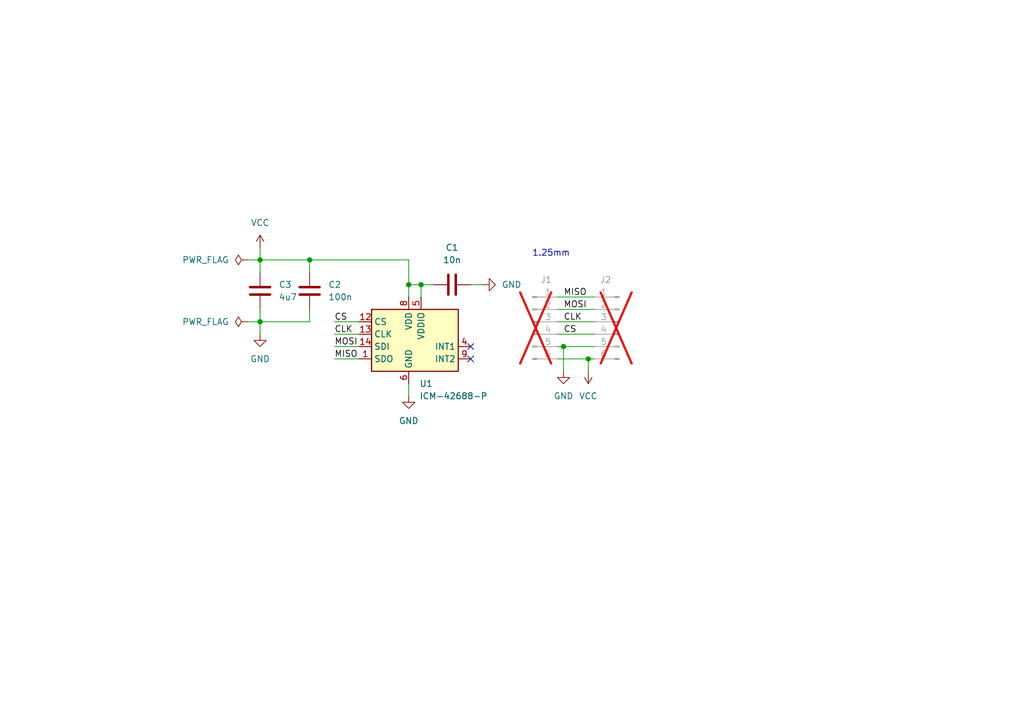
<source format=kicad_sch>
(kicad_sch (version 20231120) (generator "eeschema") (generator_version "8.0")
  (paper "A5")
  (lib_symbols
    (symbol "Connector:Conn_01x06_Pin" (pin_names (offset 1.016) hide)
      (property "Reference" "J" (at 0 7.62 0))
      (property "Value" "Conn_01x06_Pin" (at 0 -10.16 0))
      (symbol "Conn_01x06_Pin_1_1"
        (polyline (pts (xy 1.27 -7.62) (xy 0.8636 -7.62)) (stroke (width 0.1524)))
        (polyline (pts (xy 1.27 -5.08) (xy 0.8636 -5.08)) (stroke (width 0.1524)))
        (polyline (pts (xy 1.27 -2.54) (xy 0.8636 -2.54)) (stroke (width 0.1524)))
        (polyline (pts (xy 1.27 0) (xy 0.8636 0)) (stroke (width 0.1524)))
        (polyline (pts (xy 1.27 2.54) (xy 0.8636 2.54)) (stroke (width 0.1524)))
        (polyline (pts (xy 1.27 5.08) (xy 0.8636 5.08)) (stroke (width 0.1524)))
        (rectangle (start 0.8636 -7.493) (end 0 -7.747) (stroke (width 0.1524)) (fill (type outline)))
        (rectangle (start 0.8636 -4.953) (end 0 -5.207) (stroke (width 0.1524)) (fill (type outline)))
        (rectangle (start 0.8636 -2.413) (end 0 -2.667) (stroke (width 0.1524)) (fill (type outline)))
        (rectangle (start 0.8636 0.127) (end 0 -0.127) (stroke (width 0.1524)) (fill (type outline)))
        (rectangle (start 0.8636 2.667) (end 0 2.413) (stroke (width 0.1524)) (fill (type outline)))
        (rectangle (start 0.8636 5.207) (end 0 4.953) (stroke (width 0.1524)) (fill (type outline)))
        (pin passive line (at 5.08 5.08 180) (length 3.81) (name "Pin_1") (number "1"))
        (pin passive line (at 5.08 2.54 180) (length 3.81) (name "Pin_2") (number "2"))
        (pin passive line (at 5.08 0 180) (length 3.81) (name "Pin_3") (number "3"))
        (pin passive line (at 5.08 -2.54 180) (length 3.81) (name "Pin_4") (number "4"))
        (pin passive line (at 5.08 -5.08 180) (length 3.81) (name "Pin_5") (number "5"))
        (pin passive line (at 5.08 -7.62 180) (length 3.81) (name "Pin_6") (number "6"))
      )
    )
    (symbol "Device:C" (pin_numbers hide) (pin_names (offset 0.254))
      (property "Reference" "C" (at 0.635 2.54 0))
      (property "Value" "C" (at 0.635 -2.54 0))
      (symbol "C_0_1"
        (polyline (pts (xy -2.032 -0.762) (xy 2.032 -0.762)) (stroke (width 0.508)))
        (polyline (pts (xy -2.032 0.762) (xy 2.032 0.762)) (stroke (width 0.508)))
      )
      (symbol "C_1_1"
        (pin passive line (at 0 3.81 270) (length 2.794) (name "~") (number "1"))
        (pin passive line (at 0 -3.81 90) (length 2.794) (name "~") (number "2"))
      )
    )
    (symbol "User_Symbols:ICM-42688-P"
      (property "Reference" "U" (at 1.27 1.27 0))
      (property "Value" "ICM-42688-P" (at 19.05 1.27 0))
      (symbol "ICM-42688-P_0_1"
        (rectangle (start 0 0) (end 17.78 -12.7) (stroke (width 0.254)) (fill (type background)))
      )
      (symbol "ICM-42688-P_1_1"
        (pin output line (at -2.54 -10.16 0) (length 2.54) (name "SDO") (number "1"))
        (pin no_connect line (at 20.32 -3.81 180) (length 2.54) hide (name "RESV") (number "10"))
        (pin passive line (at 7.62 -15.24 90) (length 2.54) hide (name "RESV") (number "11"))
        (pin input line (at -2.54 -2.54 0) (length 2.54) (name "CS") (number "12"))
        (pin input line (at -2.54 -5.08 0) (length 2.54) (name "CLK") (number "13"))
        (pin input line (at -2.54 -7.62 0) (length 2.54) (name "SDI") (number "14"))
        (pin no_connect line (at 20.32 -1.27 180) (length 2.54) hide (name "RESV") (number "2"))
        (pin no_connect line (at 20.32 -2.54 180) (length 2.54) hide (name "RESV") (number "3"))
        (pin output line (at 20.32 -7.62 180) (length 2.54) (name "INT1") (number "4"))
        (pin power_in line (at 10.16 2.54 270) (length 2.54) (name "VDDIO") (number "5"))
        (pin power_in line (at 7.62 -15.24 90) (length 2.54) (name "GND") (number "6"))
        (pin passive line (at 7.62 -15.24 90) (length 2.54) hide (name "RESV") (number "7"))
        (pin power_in line (at 7.62 2.54 270) (length 2.54) (name "VDD") (number "8"))
        (pin output line (at 20.32 -10.16 180) (length 2.54) (name "INT2") (number "9"))
      )
    )
    (symbol "power:GND" (power) (pin_numbers hide) (pin_names (offset 0) hide)
      (property "Value" "GND" (at 0 -3.81 0))
      (symbol "GND_0_1"
        (polyline (pts (xy 0 0) (xy 0 -1.27) (xy 1.27 -1.27) (xy 0 -2.54) (xy -1.27 -1.27) (xy 0 -1.27)))
      )
      (symbol "GND_1_1"
        (pin power_in line (at 0 0 270) (length 0) (name "~") (number "1"))
      )
    )
    (symbol "power:PWR_FLAG" (power) (pin_numbers hide) (pin_names (offset 0) hide)
      (property "Value" "PWR_FLAG" (at 0 3.81 0))
      (symbol "PWR_FLAG_0_0"
        (pin power_out line (at 0 0 90) (length 0) (name "~") (number "1"))
      )
      (symbol "PWR_FLAG_0_1"
        (polyline (pts (xy 0 0) (xy 0 1.27) (xy -1.016 1.905) (xy 0 2.54) (xy 1.016 1.905) (xy 0 1.27)))
      )
    )
    (symbol "power:VCC" (power) (pin_numbers hide) (pin_names (offset 0) hide)
      (property "Value" "VCC" (at 0 3.556 0))
      (symbol "VCC_0_1"
        (polyline (pts (xy -0.762 1.27) (xy 0 2.54)))
        (polyline (pts (xy 0 0) (xy 0 2.54)))
        (polyline (pts (xy 0 2.54) (xy 0.762 1.27)))
      )
      (symbol "VCC_1_1"
        (pin power_in line (at 0 0 90) (length 0) (name "~") (number "1"))
      )
    )
  )
  (junction (at 115.57 71.12))
  (junction (at 53.34 53.34))
  (junction (at 120.65 73.66))
  (junction (at 53.34 66.04))
  (junction (at 86.36 58.42))
  (junction (at 63.5 53.34))
  (junction (at 83.82 58.42))
  (no_connect (at 96.52 73.66))
  (no_connect (at 96.52 71.12))
  (wire (pts (xy 115.57 71.12) (xy 121.92 71.12)))
  (wire (pts (xy 53.34 50.8) (xy 53.34 53.34)))
  (wire (pts (xy 63.5 53.34) (xy 83.82 53.34)))
  (wire (pts (xy 53.34 63.5) (xy 53.34 66.04)))
  (wire (pts (xy 50.8 53.34) (xy 53.34 53.34)))
  (wire (pts (xy 68.58 66.04) (xy 73.66 66.04)))
  (wire (pts (xy 68.58 73.66) (xy 73.66 73.66)))
  (wire (pts (xy 114.3 73.66) (xy 120.65 73.66)))
  (wire (pts (xy 120.65 73.66) (xy 121.92 73.66)))
  (wire (pts (xy 68.58 71.12) (xy 73.66 71.12)))
  (wire (pts (xy 115.57 71.12) (xy 115.57 76.2)))
  (wire (pts (xy 50.8 66.04) (xy 53.34 66.04)))
  (wire (pts (xy 63.5 66.04) (xy 63.5 63.5)))
  (wire (pts (xy 53.34 53.34) (xy 53.34 55.88)))
  (wire (pts (xy 96.52 58.42) (xy 99.06 58.42)))
  (wire (pts (xy 114.3 71.12) (xy 115.57 71.12)))
  (wire (pts (xy 114.3 60.96) (xy 121.92 60.96)))
  (wire (pts (xy 83.82 78.74) (xy 83.82 81.28)))
  (wire (pts (xy 114.3 66.04) (xy 121.92 66.04)))
  (wire (pts (xy 83.82 58.42) (xy 86.36 58.42)))
  (wire (pts (xy 88.9 58.42) (xy 86.36 58.42)))
  (wire (pts (xy 86.36 58.42) (xy 86.36 60.96)))
  (wire (pts (xy 114.3 68.58) (xy 121.92 68.58)))
  (wire (pts (xy 63.5 55.88) (xy 63.5 53.34)))
  (wire (pts (xy 83.82 53.34) (xy 83.82 58.42)))
  (wire (pts (xy 68.58 68.58) (xy 73.66 68.58)))
  (wire (pts (xy 83.82 58.42) (xy 83.82 60.96)))
  (wire (pts (xy 53.34 66.04) (xy 53.34 68.58)))
  (wire (pts (xy 120.65 73.66) (xy 120.65 76.2)))
  (wire (pts (xy 53.34 66.04) (xy 63.5 66.04)))
  (wire (pts (xy 114.3 63.5) (xy 121.92 63.5)))
  (wire (pts (xy 53.34 53.34) (xy 63.5 53.34)))
  (text "1.25mm" (at 113.03 52.07 0) (effects (font (size 1.27 1.27))))
  (label "CLK" (at 68.58 68.58 0))
  (label "CS" (at 115.57 68.58 0))
  (label "MOSI" (at 115.57 63.5 0))
  (label "MOSI" (at 68.58 71.12 0))
  (label "CLK" (at 115.57 66.04 0))
  (label "MISO" (at 68.58 73.66 0))
  (label "CS" (at 68.58 66.04 0))
  (label "MISO" (at 115.57 60.96 0))
  (symbol (lib_id "Device:C") (at 63.5 59.69 0) (unit 1)
    (property "Reference" "C2" (at 67.31 58.4199 0) (effects (justify left)))
    (property "Value" "100n" (at 67.31 60.9599 0) (effects (justify left)))
    (property "Footprint" "Capacitor_SMD:C_0402_1005Metric" (effects (hide yes)))
    (property "Description" "Unpolarized capacitor" (effects (hide yes)))
    (property "LCSC" "C1525" (effects (hide yes)))
  )
  (symbol (lib_id "power:GND") (at 53.34 68.58 0) (unit 1)
    (property "Reference" "#PWR02" (effects (hide yes)))
    (property "Value" "GND" (at 53.34 73.66 0))
    (property "Description" "Power symbol creates a global label with name \"GND\" , ground" (effects (hide yes)))
  )
  (symbol (lib_id "power:GND") (at 83.82 81.28 0) (unit 1)
    (property "Reference" "#PWR01" (effects (hide yes)))
    (property "Value" "GND" (at 83.82 86.36 0))
    (property "Description" "Power symbol creates a global label with name \"GND\" , ground" (effects (hide yes)))
  )
  (symbol (lib_id "power:VCC") (at 120.65 76.2 180) (unit 1)
    (property "Reference" "#PWR05" (effects (hide yes)))
    (property "Value" "VCC" (at 120.65 81.28 0))
    (property "Description" "Power symbol creates a global label with name \"VCC\"" (effects (hide yes)))
  )
  (symbol (lib_id "power:PWR_FLAG") (at 50.8 53.34 90) (unit 1)
    (property "Reference" "#FLG01" (effects (hide yes)))
    (property "Value" "PWR_FLAG" (at 46.99 53.3399 90) (effects (justify left)))
    (property "Description" "Special symbol for telling ERC where power comes from" (effects (hide yes)))
  )
  (symbol (lib_id "Device:C") (at 53.34 59.69 0) (unit 1)
    (property "Reference" "C3" (at 57.15 58.4199 0) (effects (justify left)))
    (property "Value" "4u7" (at 57.15 60.9599 0) (effects (justify left)))
    (property "Footprint" "Capacitor_SMD:C_0402_1005Metric" (effects (hide yes)))
    (property "Description" "Unpolarized capacitor" (effects (hide yes)))
    (property "LCSC" "C23733" (effects (hide yes)))
  )
  (symbol (lib_id "power:GND") (at 99.06 58.42 90) (unit 1)
    (property "Reference" "#PWR03" (effects (hide yes)))
    (property "Value" "GND" (at 102.87 58.4199 90) (effects (justify right)))
    (property "Description" "Power symbol creates a global label with name \"GND\" , ground" (effects (hide yes)))
  )
  (symbol (lib_id "power:PWR_FLAG") (at 50.8 66.04 90) (unit 1)
    (property "Reference" "#FLG02" (effects (hide yes)))
    (property "Value" "PWR_FLAG" (at 46.99 66.0399 90) (effects (justify left)))
    (property "Description" "Special symbol for telling ERC where power comes from" (effects (hide yes)))
  )
  (symbol (lib_id "Connector:Conn_01x06_Pin") (at 127 66.04 0) (mirror y) (unit 1) (in_bom no) (dnp yes)
    (property "Reference" "J2" (at 124.206 57.404 0))
    (property "Value" "Conn_01x06_Pin" (effects (hide yes)))
    (property "Footprint" "Connector_PinHeader_1.00mm:PinHeader_1x06_P1.00mm_Vertical" (effects (hide yes)))
    (property "Description" "Generic connector, single row, 01x06, script generated" (effects (hide yes)))
  )
  (symbol (lib_id "User_Symbols:ICM-42688-P") (at 76.2 63.5 0) (unit 1)
    (property "Reference" "U1" (at 86.0141 78.74 0) (effects (justify left)))
    (property "Value" "ICM-42688-P" (at 86.0141 81.28 0) (effects (justify left)))
    (property "Footprint" "Package_LGA:LGA-14_3x2.5mm_P0.5mm_LayoutBorder3x4y" (effects (hide yes)))
    (property "Datasheet" "https://wmsc.lcsc.com/wmsc/upload/file/pdf/v2/lcsc/2108030230_TDK-InvenSense-ICM-42688-P_C1850418.pdf" (effects (hide yes)))
    (property "Description" "IMU Gyroscope" (effects (hide yes)))
    (property "LCSC" "C1850418" (effects (hide yes)))
  )
  (symbol (lib_id "power:VCC") (at 53.34 50.8 0) (unit 1)
    (property "Reference" "#PWR04" (effects (hide yes)))
    (property "Value" "VCC" (at 53.34 45.72 0))
    (property "Description" "Power symbol creates a global label with name \"VCC\"" (effects (hide yes)))
  )
  (symbol (lib_id "Device:C") (at 92.71 58.42 90) (unit 1)
    (property "Reference" "C1" (at 92.71 50.8 90))
    (property "Value" "10n" (at 92.71 53.34 90))
    (property "Footprint" "Capacitor_SMD:C_0402_1005Metric" (effects (hide yes)))
    (property "Description" "Unpolarized capacitor" (effects (hide yes)))
    (property "LCSC" "C15195" (effects (hide yes)))
  )
  (symbol (lib_id "Connector:Conn_01x06_Pin") (at 109.22 66.04 0) (unit 1) (in_bom no) (dnp yes)
    (property "Reference" "J1" (at 112.014 57.404 0))
    (property "Value" "Conn_01x06_Pin" (effects (hide yes)))
    (property "Footprint" "Connector_PinHeader_1.00mm:PinHeader_1x06_P1.00mm_Vertical" (effects (hide yes)))
    (property "Description" "Generic connector, single row, 01x06, script generated" (effects (hide yes)))
  )
  (symbol (lib_id "power:GND") (at 115.57 76.2 0) (unit 1)
    (property "Reference" "#PWR06" (effects (hide yes)))
    (property "Value" "GND" (at 115.57 81.28 0))
    (property "Description" "Power symbol creates a global label with name \"GND\" , ground" (effects (hide yes)))
  )
)
</source>
